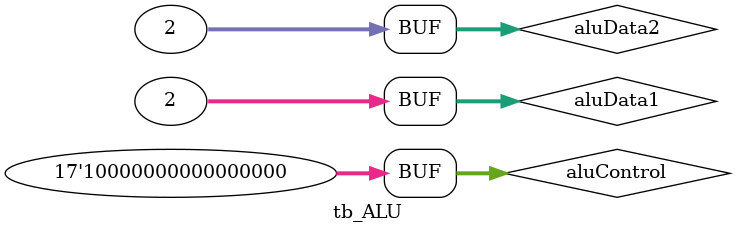
<source format=v>
`timescale 1ns / 1ps
module tb_ALU(

    );
    reg [16:0] aluControl;
    reg [31:0] aluData1;
    reg [31:0] aluData2;
    wire [31:0] aluResult;
    wire zero;
    
    ALU test1(
           aluControl,aluData1,aluData2,aluResult,zero
        );
    initial begin

    #20
    // add
    aluControl =  17'b00000000000000001 ;  
    aluData1 = 32'd1;
    aluData2 = 32'd3;
    
    #20
    // sub
    aluControl = 17'b00000000000000010;  
    aluData1 = 32'd7;
    aluData2 = 32'd2;
    
    #20
    // slt -10 > -11 = 0
    aluControl = 17'b00000000000000100;  
    aluData1 = 32'b11111111111111111111111111110110;
    aluData2 = 32'b11111111111111111111111111110101;
        
    #20
   // sltu  3 < 4 = 1
   aluControl = 17'b00000000000001000 ;  
   aluData1 = 32'd3;
   aluData2 = 32'd4;
    
    #20
    // sltu  1 >= 2 = 0
    aluControl = 17'b00000000000001000 ;  
    aluData1 = 32'd5;
    aluData2 = 32'd5;
    
    #20
    // and  15 and 5c = 14
    aluControl =  17'b00000000000010000;  
    aluData1 = 32'b0010101;
    aluData2 = 32'b1011100;
    
    #20
    // or  15 or 5c = 5d
    aluControl =  17'b00000000000100000;  
    aluData1 = 32'b0010101;
    aluData2 = 32'b1011100;
    
    #20
    // xor  15 xor 5c = 49
    aluControl =  17'b00000000001000000;  
    aluData1 = 32'b0010101;
    aluData2 = 32'b1011100;
    
    #20
    // sll  5c << 1 = B8
    aluControl = 17'b00000000010000000;  
    aluData1 = 32'b1011100;
    aluData2 = 32'b1;
    
    #20
    // sll  c0000000 << 2 = 0 
    aluControl =  17'b00000000010000000;  
    aluData1 = {2'b11,{30{1'b0}}};
    aluData2 = 32'b10;
    
    #20
    // srl  15 >> 2 = 5
    aluControl =  17'b00000000100000000;  
    aluData1 = 32'b0010101;
    aluData2 = 32'b10;
    
    #20
    // sra  11000000000000000000000000000000 >> 2 = 11110000000000000000000000000000(F000 0000)
    aluControl =  17'b00000001000000000 ;  
    aluData1 = {2'b11,{30{1'b0}}};
    aluData2 = 32'b10;
    
    #20
    // beq   zero=1 ÏàµÈ
    aluControl = 17'b00000010000000000;  
    aluData1 = 32'b1;
    aluData2 = 32'b1;
    
    #20
    // beq   zero=0 ²»µÈ
    aluControl = 17'b00000010000000000;  
    aluData1 = 32'b10;
    aluData2 = 32'b0;


  #20
    // bne  zero=1  ²»µÈ
    aluControl =  17'b00000100000000000;  
    aluData1 = 32'b10;
    aluData2 = 32'b0;

  #20
    // bne  zero=0 ÏàµÈ
    aluControl =  17'b00000100000000000;  
    aluData1 = 32'b1;
    aluData2 = 32'b1;

  #20
    // blt  zero=1  Ð¡ÓÚ
    aluControl = 17'b00001000000000000;  
    aluData1 = 32'b0;
    aluData2 = 32'b10;

  #20
    // blt zero=0  ´óÓÚ
    aluControl =17'b00001000000000000;  
    aluData1 = 32'b10;
    aluData2 = 32'b0;

  #20
    // bge  zero=1  ´óÓÚ
    aluControl =  17'b00010000000000000;  
    aluData1 = 32'b10;
    aluData2 = 32'b0;

  #20
    // bge  zero=1 µÈÓÚ
    aluControl =  17'b00010000000000000;  
    aluData1 = 32'b10;
    aluData2 = 32'b10;

  #20
    // bge  zero=0 Ð¡ÓÚ
    aluControl =  17'b00010000000000000;  
    aluData1 = 32'b0;
    aluData2 = 32'b10;

  #20
    // bltu  zero=1 Ð¡ÓÚ
    aluControl =  17'b00100000000000000;  
    aluData1 = 32'b0;
    aluData2 = 32'b10;

  #20
    // bltu  zero=0 ´óÓÚ
    aluControl =  17'b00100000000000000;  
    aluData1 = 32'b10;
    aluData2 = 32'b0;

  #20
    // bgeu  zero=1  ´óÓÚ
    aluControl = 17'b01000000000000000;  
    aluData1 = 32'b10;
    aluData2 = 32'b0;

  #20
    // bgeu  zero=1  µÈÓÚ
    aluControl = 17'b01000000000000000;  
    aluData1 = 32'b10;
    aluData2 = 32'b10;

  #20
    // bgeu  zero=0  Ð¡ÓÚ
    aluControl = 17'b01000000000000000;  
    aluData1 = 32'b0;
    aluData2 = 32'b10;


  #20
    // lui  zero=0 aluResult=2
    aluControl =  17'b10000000000000000 ;  
    aluData1 = 32'b10;
    aluData2 = 32'b10;
end
    
endmodule
</source>
